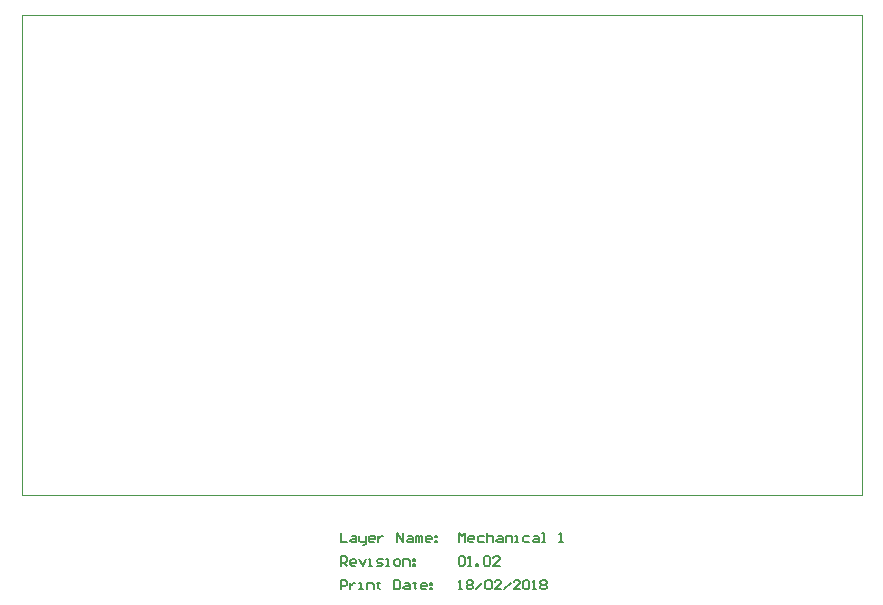
<source format=gm1>
%FSLAX25Y25*%
%MOIN*%
G70*
G01*
G75*
G04 Layer_Color=16711935*
%ADD10C,0.03937*%
%ADD11C,0.01000*%
%ADD12C,0.01969*%
%ADD13C,0.00787*%
%ADD14C,0.04724*%
%ADD15R,0.04724X0.04724*%
%ADD16R,0.06000X0.06000*%
%ADD17C,0.06000*%
%ADD18R,0.05906X0.05906*%
%ADD19C,0.05906*%
%ADD20R,0.05906X0.05906*%
%ADD21C,0.07087*%
%ADD22C,0.03543*%
%ADD23C,0.19685*%
%ADD24C,0.00500*%
%ADD25C,0.00591*%
%ADD26C,0.05524*%
%ADD27R,0.05524X0.05524*%
%ADD28R,0.06800X0.06800*%
%ADD29C,0.06800*%
%ADD30R,0.06706X0.06706*%
%ADD31C,0.06706*%
%ADD32R,0.06706X0.06706*%
%ADD33C,0.07887*%
%ADD34C,0.04343*%
%ADD35C,0.20485*%
%ADD36C,0.00394*%
D13*
X145669Y-15748D02*
Y-12599D01*
X146719Y-13649D01*
X147768Y-12599D01*
Y-15748D01*
X150392D02*
X149343D01*
X148818Y-15223D01*
Y-14174D01*
X149343Y-13649D01*
X150392D01*
X150917Y-14174D01*
Y-14698D01*
X148818D01*
X154066Y-13649D02*
X152491D01*
X151967Y-14174D01*
Y-15223D01*
X152491Y-15748D01*
X154066D01*
X155115Y-12599D02*
Y-15748D01*
Y-14174D01*
X155640Y-13649D01*
X156689D01*
X157214Y-14174D01*
Y-15748D01*
X158788Y-13649D02*
X159838D01*
X160363Y-14174D01*
Y-15748D01*
X158788D01*
X158264Y-15223D01*
X158788Y-14698D01*
X160363D01*
X161412Y-15748D02*
Y-13649D01*
X162987D01*
X163511Y-14174D01*
Y-15748D01*
X164561D02*
X165610D01*
X165086D01*
Y-13649D01*
X164561D01*
X169284D02*
X167709D01*
X167185Y-14174D01*
Y-15223D01*
X167709Y-15748D01*
X169284D01*
X170858Y-13649D02*
X171907D01*
X172432Y-14174D01*
Y-15748D01*
X170858D01*
X170333Y-15223D01*
X170858Y-14698D01*
X172432D01*
X173482Y-15748D02*
X174531D01*
X174007D01*
Y-12599D01*
X173482D01*
X179254Y-15748D02*
X180304D01*
X179779D01*
Y-12599D01*
X179254Y-13124D01*
X145669Y-20998D02*
X146194Y-20473D01*
X147244D01*
X147768Y-20998D01*
Y-23097D01*
X147244Y-23622D01*
X146194D01*
X145669Y-23097D01*
Y-20998D01*
X148818Y-23622D02*
X149867D01*
X149343D01*
Y-20473D01*
X148818Y-20998D01*
X151442Y-23622D02*
Y-23097D01*
X151967D01*
Y-23622D01*
X151442D01*
X154066Y-20998D02*
X154590Y-20473D01*
X155640D01*
X156165Y-20998D01*
Y-23097D01*
X155640Y-23622D01*
X154590D01*
X154066Y-23097D01*
Y-20998D01*
X159313Y-23622D02*
X157214D01*
X159313Y-21523D01*
Y-20998D01*
X158788Y-20473D01*
X157739D01*
X157214Y-20998D01*
X145669Y-31496D02*
X146719D01*
X146194D01*
Y-28348D01*
X145669Y-28872D01*
X148293D02*
X148818Y-28348D01*
X149867D01*
X150392Y-28872D01*
Y-29397D01*
X149867Y-29922D01*
X150392Y-30446D01*
Y-30971D01*
X149867Y-31496D01*
X148818D01*
X148293Y-30971D01*
Y-30446D01*
X148818Y-29922D01*
X148293Y-29397D01*
Y-28872D01*
X148818Y-29922D02*
X149867D01*
X151442Y-31496D02*
X153541Y-29397D01*
X154590Y-28872D02*
X155115Y-28348D01*
X156165D01*
X156689Y-28872D01*
Y-30971D01*
X156165Y-31496D01*
X155115D01*
X154590Y-30971D01*
Y-28872D01*
X159838Y-31496D02*
X157739D01*
X159838Y-29397D01*
Y-28872D01*
X159313Y-28348D01*
X158264D01*
X157739Y-28872D01*
X160888Y-31496D02*
X162987Y-29397D01*
X166135Y-31496D02*
X164036D01*
X166135Y-29397D01*
Y-28872D01*
X165610Y-28348D01*
X164561D01*
X164036Y-28872D01*
X167185D02*
X167709Y-28348D01*
X168759D01*
X169284Y-28872D01*
Y-30971D01*
X168759Y-31496D01*
X167709D01*
X167185Y-30971D01*
Y-28872D01*
X170333Y-31496D02*
X171383D01*
X170858D01*
Y-28348D01*
X170333Y-28872D01*
X172957D02*
X173482Y-28348D01*
X174531D01*
X175056Y-28872D01*
Y-29397D01*
X174531Y-29922D01*
X175056Y-30446D01*
Y-30971D01*
X174531Y-31496D01*
X173482D01*
X172957Y-30971D01*
Y-30446D01*
X173482Y-29922D01*
X172957Y-29397D01*
Y-28872D01*
X173482Y-29922D02*
X174531D01*
X106299Y-31496D02*
Y-28348D01*
X107873D01*
X108398Y-28872D01*
Y-29922D01*
X107873Y-30446D01*
X106299D01*
X109448Y-29397D02*
Y-31496D01*
Y-30446D01*
X109973Y-29922D01*
X110497Y-29397D01*
X111022D01*
X112596Y-31496D02*
X113646D01*
X113121D01*
Y-29397D01*
X112596D01*
X115220Y-31496D02*
Y-29397D01*
X116795D01*
X117319Y-29922D01*
Y-31496D01*
X118894Y-28872D02*
Y-29397D01*
X118369D01*
X119418D01*
X118894D01*
Y-30971D01*
X119418Y-31496D01*
X124141Y-28348D02*
Y-31496D01*
X125715D01*
X126240Y-30971D01*
Y-28872D01*
X125715Y-28348D01*
X124141D01*
X127815Y-29397D02*
X128864D01*
X129389Y-29922D01*
Y-31496D01*
X127815D01*
X127290Y-30971D01*
X127815Y-30446D01*
X129389D01*
X130963Y-28872D02*
Y-29397D01*
X130438D01*
X131488D01*
X130963D01*
Y-30971D01*
X131488Y-31496D01*
X134636D02*
X133587D01*
X133062Y-30971D01*
Y-29922D01*
X133587Y-29397D01*
X134636D01*
X135161Y-29922D01*
Y-30446D01*
X133062D01*
X136211Y-29397D02*
X136736D01*
Y-29922D01*
X136211D01*
Y-29397D01*
Y-30971D02*
X136736D01*
Y-31496D01*
X136211D01*
Y-30971D01*
X106299Y-23622D02*
Y-20473D01*
X107873D01*
X108398Y-20998D01*
Y-22048D01*
X107873Y-22572D01*
X106299D01*
X107349D02*
X108398Y-23622D01*
X111022D02*
X109973D01*
X109448Y-23097D01*
Y-22048D01*
X109973Y-21523D01*
X111022D01*
X111547Y-22048D01*
Y-22572D01*
X109448D01*
X112596Y-21523D02*
X113646Y-23622D01*
X114696Y-21523D01*
X115745Y-23622D02*
X116795D01*
X116270D01*
Y-21523D01*
X115745D01*
X118369Y-23622D02*
X119943D01*
X120468Y-23097D01*
X119943Y-22572D01*
X118894D01*
X118369Y-22048D01*
X118894Y-21523D01*
X120468D01*
X121517Y-23622D02*
X122567D01*
X122042D01*
Y-21523D01*
X121517D01*
X124666Y-23622D02*
X125715D01*
X126240Y-23097D01*
Y-22048D01*
X125715Y-21523D01*
X124666D01*
X124141Y-22048D01*
Y-23097D01*
X124666Y-23622D01*
X127290D02*
Y-21523D01*
X128864D01*
X129389Y-22048D01*
Y-23622D01*
X130438Y-21523D02*
X130963D01*
Y-22048D01*
X130438D01*
Y-21523D01*
Y-23097D02*
X130963D01*
Y-23622D01*
X130438D01*
Y-23097D01*
X106299Y-12599D02*
Y-15748D01*
X108398D01*
X109973Y-13649D02*
X111022D01*
X111547Y-14174D01*
Y-15748D01*
X109973D01*
X109448Y-15223D01*
X109973Y-14698D01*
X111547D01*
X112596Y-13649D02*
Y-15223D01*
X113121Y-15748D01*
X114696D01*
Y-16273D01*
X114171Y-16798D01*
X113646D01*
X114696Y-15748D02*
Y-13649D01*
X117319Y-15748D02*
X116270D01*
X115745Y-15223D01*
Y-14174D01*
X116270Y-13649D01*
X117319D01*
X117844Y-14174D01*
Y-14698D01*
X115745D01*
X118894Y-13649D02*
Y-15748D01*
Y-14698D01*
X119418Y-14174D01*
X119943Y-13649D01*
X120468D01*
X125191Y-15748D02*
Y-12599D01*
X127290Y-15748D01*
Y-12599D01*
X128864Y-13649D02*
X129914D01*
X130438Y-14174D01*
Y-15748D01*
X128864D01*
X128339Y-15223D01*
X128864Y-14698D01*
X130438D01*
X131488Y-15748D02*
Y-13649D01*
X132013D01*
X132537Y-14174D01*
Y-15748D01*
Y-14174D01*
X133062Y-13649D01*
X133587Y-14174D01*
Y-15748D01*
X136211D02*
X135161D01*
X134636Y-15223D01*
Y-14174D01*
X135161Y-13649D01*
X136211D01*
X136736Y-14174D01*
Y-14698D01*
X134636D01*
X137785Y-13649D02*
X138310D01*
Y-14174D01*
X137785D01*
Y-13649D01*
Y-15223D02*
X138310D01*
Y-15748D01*
X137785D01*
Y-15223D01*
D36*
X0Y160000D02*
X280000D01*
Y0D02*
Y160000D01*
X0Y0D02*
X280000D01*
X0D02*
Y160000D01*
M02*

</source>
